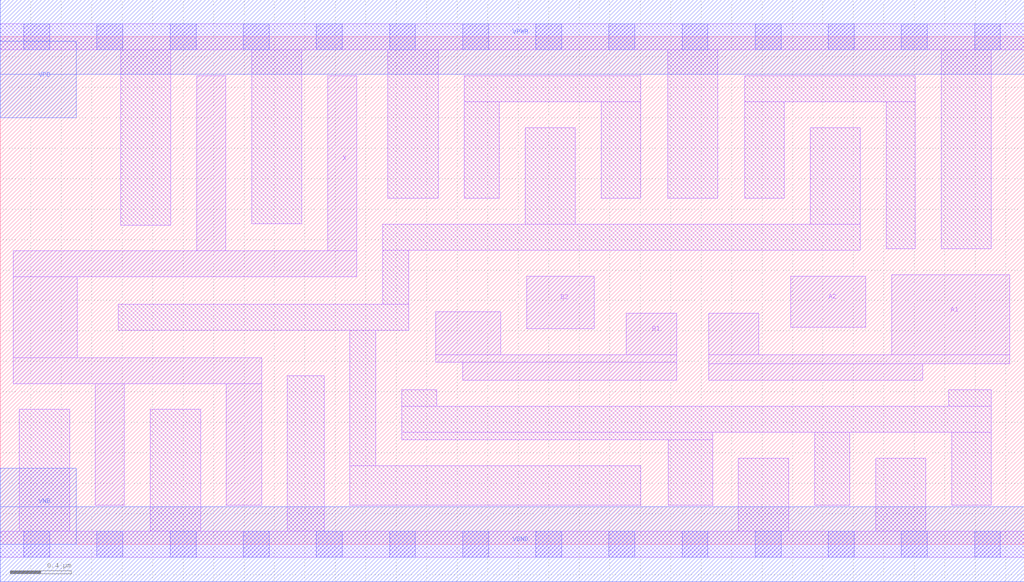
<source format=lef>
# Copyright 2020 The SkyWater PDK Authors
#
# Licensed under the Apache License, Version 2.0 (the "License");
# you may not use this file except in compliance with the License.
# You may obtain a copy of the License at
#
#     https://www.apache.org/licenses/LICENSE-2.0
#
# Unless required by applicable law or agreed to in writing, software
# distributed under the License is distributed on an "AS IS" BASIS,
# WITHOUT WARRANTIES OR CONDITIONS OF ANY KIND, either express or implied.
# See the License for the specific language governing permissions and
# limitations under the License.
#
# SPDX-License-Identifier: Apache-2.0

VERSION 5.5 ;
NAMESCASESENSITIVE ON ;
BUSBITCHARS "[]" ;
DIVIDERCHAR "/" ;
MACRO sky130_fd_sc_lp__o22a_4
  CLASS CORE ;
  SOURCE USER ;
  ORIGIN  0.000000  0.000000 ;
  SIZE  6.720000 BY  3.330000 ;
  SYMMETRY X Y R90 ;
  SITE unit ;
  PIN A1
    ANTENNAGATEAREA  0.630000 ;
    DIRECTION INPUT ;
    USE SIGNAL ;
    PORT
      LAYER li1 ;
        RECT 4.650000 1.075000 6.055000 1.185000 ;
        RECT 4.650000 1.185000 6.625000 1.245000 ;
        RECT 4.650000 1.245000 4.980000 1.515000 ;
        RECT 5.850000 1.245000 6.625000 1.770000 ;
    END
  END A1
  PIN A2
    ANTENNAGATEAREA  0.630000 ;
    DIRECTION INPUT ;
    USE SIGNAL ;
    PORT
      LAYER li1 ;
        RECT 5.190000 1.425000 5.680000 1.760000 ;
    END
  END A2
  PIN B1
    ANTENNAGATEAREA  0.630000 ;
    DIRECTION INPUT ;
    USE SIGNAL ;
    PORT
      LAYER li1 ;
        RECT 2.860000 1.195000 4.440000 1.245000 ;
        RECT 2.860000 1.245000 3.285000 1.525000 ;
        RECT 3.035000 1.075000 4.440000 1.195000 ;
        RECT 4.110000 1.245000 4.440000 1.515000 ;
    END
  END B1
  PIN B2
    ANTENNAGATEAREA  0.630000 ;
    DIRECTION INPUT ;
    USE SIGNAL ;
    PORT
      LAYER li1 ;
        RECT 3.455000 1.415000 3.900000 1.760000 ;
    END
  END B2
  PIN X
    ANTENNADIFFAREA  1.176000 ;
    DIRECTION OUTPUT ;
    USE SIGNAL ;
    PORT
      LAYER li1 ;
        RECT 0.085000 1.055000 1.715000 1.225000 ;
        RECT 0.085000 1.225000 0.505000 1.755000 ;
        RECT 0.085000 1.755000 2.340000 1.925000 ;
        RECT 0.625000 0.255000 0.815000 1.055000 ;
        RECT 1.290000 1.925000 1.480000 3.075000 ;
        RECT 1.485000 0.255000 1.715000 1.055000 ;
        RECT 2.150000 1.925000 2.340000 3.075000 ;
    END
  END X
  PIN VGND
    DIRECTION INOUT ;
    USE GROUND ;
    PORT
      LAYER met1 ;
        RECT 0.000000 -0.245000 6.720000 0.245000 ;
    END
  END VGND
  PIN VNB
    DIRECTION INOUT ;
    USE GROUND ;
    PORT
      LAYER met1 ;
        RECT 0.000000 0.000000 0.500000 0.500000 ;
    END
  END VNB
  PIN VPB
    DIRECTION INOUT ;
    USE POWER ;
    PORT
      LAYER met1 ;
        RECT 0.000000 2.800000 0.500000 3.300000 ;
    END
  END VPB
  PIN VPWR
    DIRECTION INOUT ;
    USE POWER ;
    PORT
      LAYER met1 ;
        RECT 0.000000 3.085000 6.720000 3.575000 ;
    END
  END VPWR
  OBS
    LAYER li1 ;
      RECT 0.000000 -0.085000 6.720000 0.085000 ;
      RECT 0.000000  3.245000 6.720000 3.415000 ;
      RECT 0.125000  0.085000 0.455000 0.885000 ;
      RECT 0.775000  1.405000 2.680000 1.575000 ;
      RECT 0.790000  2.095000 1.120000 3.245000 ;
      RECT 0.985000  0.085000 1.315000 0.885000 ;
      RECT 1.650000  2.105000 1.980000 3.245000 ;
      RECT 1.885000  0.085000 2.125000 1.105000 ;
      RECT 2.295000  0.255000 4.205000 0.515000 ;
      RECT 2.295000  0.515000 2.465000 1.405000 ;
      RECT 2.510000  1.575000 2.680000 1.930000 ;
      RECT 2.510000  1.930000 5.645000 2.100000 ;
      RECT 2.545000  2.270000 2.875000 3.245000 ;
      RECT 2.635000  0.685000 4.675000 0.735000 ;
      RECT 2.635000  0.735000 6.505000 0.905000 ;
      RECT 2.635000  0.905000 2.865000 1.015000 ;
      RECT 3.045000  2.270000 3.275000 2.905000 ;
      RECT 3.045000  2.905000 4.205000 3.075000 ;
      RECT 3.445000  2.100000 3.775000 2.735000 ;
      RECT 3.945000  2.270000 4.205000 2.905000 ;
      RECT 4.380000  2.270000 4.710000 3.245000 ;
      RECT 4.385000  0.255000 4.675000 0.685000 ;
      RECT 4.845000  0.085000 5.175000 0.565000 ;
      RECT 4.885000  2.270000 5.145000 2.905000 ;
      RECT 4.885000  2.905000 6.005000 3.075000 ;
      RECT 5.315000  2.100000 5.645000 2.735000 ;
      RECT 5.345000  0.255000 5.575000 0.735000 ;
      RECT 5.745000  0.085000 6.075000 0.565000 ;
      RECT 5.815000  1.940000 6.005000 2.905000 ;
      RECT 6.175000  1.940000 6.505000 3.245000 ;
      RECT 6.225000  0.905000 6.505000 1.015000 ;
      RECT 6.245000  0.255000 6.505000 0.735000 ;
    LAYER mcon ;
      RECT 0.155000 -0.085000 0.325000 0.085000 ;
      RECT 0.155000  3.245000 0.325000 3.415000 ;
      RECT 0.635000 -0.085000 0.805000 0.085000 ;
      RECT 0.635000  3.245000 0.805000 3.415000 ;
      RECT 1.115000 -0.085000 1.285000 0.085000 ;
      RECT 1.115000  3.245000 1.285000 3.415000 ;
      RECT 1.595000 -0.085000 1.765000 0.085000 ;
      RECT 1.595000  3.245000 1.765000 3.415000 ;
      RECT 2.075000 -0.085000 2.245000 0.085000 ;
      RECT 2.075000  3.245000 2.245000 3.415000 ;
      RECT 2.555000 -0.085000 2.725000 0.085000 ;
      RECT 2.555000  3.245000 2.725000 3.415000 ;
      RECT 3.035000 -0.085000 3.205000 0.085000 ;
      RECT 3.035000  3.245000 3.205000 3.415000 ;
      RECT 3.515000 -0.085000 3.685000 0.085000 ;
      RECT 3.515000  3.245000 3.685000 3.415000 ;
      RECT 3.995000 -0.085000 4.165000 0.085000 ;
      RECT 3.995000  3.245000 4.165000 3.415000 ;
      RECT 4.475000 -0.085000 4.645000 0.085000 ;
      RECT 4.475000  3.245000 4.645000 3.415000 ;
      RECT 4.955000 -0.085000 5.125000 0.085000 ;
      RECT 4.955000  3.245000 5.125000 3.415000 ;
      RECT 5.435000 -0.085000 5.605000 0.085000 ;
      RECT 5.435000  3.245000 5.605000 3.415000 ;
      RECT 5.915000 -0.085000 6.085000 0.085000 ;
      RECT 5.915000  3.245000 6.085000 3.415000 ;
      RECT 6.395000 -0.085000 6.565000 0.085000 ;
      RECT 6.395000  3.245000 6.565000 3.415000 ;
  END
END sky130_fd_sc_lp__o22a_4
END LIBRARY

</source>
